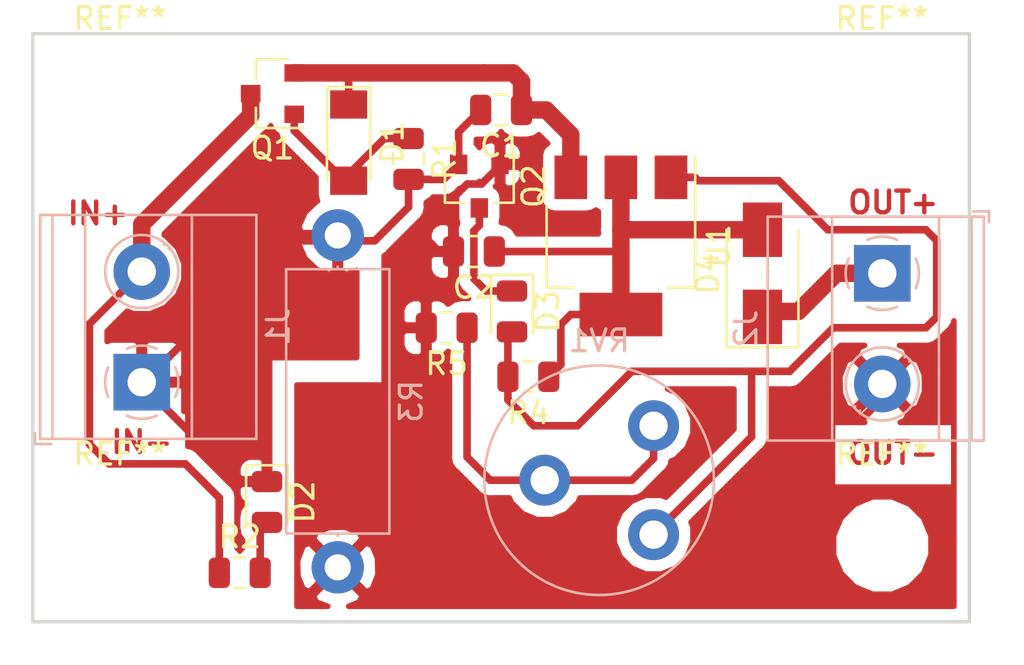
<source format=kicad_pcb>
(kicad_pcb (version 20171130) (host pcbnew 5.0.2-bee76a0~70~ubuntu18.04.1)

  (general
    (thickness 1.6)
    (drawings 8)
    (tracks 98)
    (zones 0)
    (modules 21)
    (nets 12)
  )

  (page A4)
  (layers
    (0 F.Cu signal)
    (31 B.Cu signal)
    (32 B.Adhes user)
    (33 F.Adhes user)
    (34 B.Paste user)
    (35 F.Paste user)
    (36 B.SilkS user)
    (37 F.SilkS user)
    (38 B.Mask user)
    (39 F.Mask user)
    (40 Dwgs.User user)
    (41 Cmts.User user)
    (42 Eco1.User user)
    (43 Eco2.User user)
    (44 Edge.Cuts user)
    (45 Margin user)
    (46 B.CrtYd user)
    (47 F.CrtYd user)
    (48 B.Fab user)
    (49 F.Fab user hide)
  )

  (setup
    (last_trace_width 0.35)
    (user_trace_width 0.5)
    (user_trace_width 0.8)
    (user_trace_width 1)
    (trace_clearance 0.2)
    (zone_clearance 0.508)
    (zone_45_only no)
    (trace_min 0.2)
    (segment_width 0.2)
    (edge_width 0.15)
    (via_size 0.8)
    (via_drill 0.4)
    (via_min_size 0.4)
    (via_min_drill 0.3)
    (uvia_size 0.3)
    (uvia_drill 0.1)
    (uvias_allowed no)
    (uvia_min_size 0.2)
    (uvia_min_drill 0.1)
    (pcb_text_width 0.3)
    (pcb_text_size 1.5 1.5)
    (mod_edge_width 0.15)
    (mod_text_size 1 1)
    (mod_text_width 0.15)
    (pad_size 3.2 3.2)
    (pad_drill 3.2)
    (pad_to_mask_clearance 0.051)
    (solder_mask_min_width 0.25)
    (aux_axis_origin 0 0)
    (visible_elements FFFFFF7F)
    (pcbplotparams
      (layerselection 0x010fc_ffffffff)
      (usegerberextensions false)
      (usegerberattributes false)
      (usegerberadvancedattributes false)
      (creategerberjobfile false)
      (excludeedgelayer true)
      (linewidth 0.100000)
      (plotframeref false)
      (viasonmask false)
      (mode 1)
      (useauxorigin false)
      (hpglpennumber 1)
      (hpglpenspeed 20)
      (hpglpendiameter 15.000000)
      (psnegative false)
      (psa4output false)
      (plotreference true)
      (plotvalue true)
      (plotinvisibletext false)
      (padsonsilk false)
      (subtractmaskfromsilk false)
      (outputformat 1)
      (mirror false)
      (drillshape 1)
      (scaleselection 1)
      (outputdirectory ""))
  )

  (net 0 "")
  (net 1 "Net-(C1-Pad1)")
  (net 2 "Net-(C1-Pad2)")
  (net 3 "Net-(C2-Pad2)")
  (net 4 "Net-(C2-Pad1)")
  (net 5 "Net-(D1-Pad2)")
  (net 6 "Net-(D2-Pad2)")
  (net 7 "Net-(D3-Pad2)")
  (net 8 "Net-(D3-Pad1)")
  (net 9 "Net-(R5-Pad1)")
  (net 10 "Net-(J1-Pad2)")
  (net 11 "Net-(D4-Pad1)")

  (net_class Default "This is the default net class."
    (clearance 0.2)
    (trace_width 0.35)
    (via_dia 0.8)
    (via_drill 0.4)
    (uvia_dia 0.3)
    (uvia_drill 0.1)
    (add_net "Net-(C1-Pad1)")
    (add_net "Net-(C1-Pad2)")
    (add_net "Net-(C2-Pad1)")
    (add_net "Net-(C2-Pad2)")
    (add_net "Net-(D1-Pad2)")
    (add_net "Net-(D2-Pad2)")
    (add_net "Net-(D3-Pad1)")
    (add_net "Net-(D3-Pad2)")
    (add_net "Net-(D4-Pad1)")
    (add_net "Net-(J1-Pad2)")
    (add_net "Net-(R5-Pad1)")
  )

  (module Resistor_THT:R_Axial_DIN0414_L11.9mm_D4.5mm_P15.24mm_Horizontal (layer B.Cu) (tedit 5AE5139B) (tstamp 5D88334E)
    (at 69 136.5 90)
    (descr "Resistor, Axial_DIN0414 series, Axial, Horizontal, pin pitch=15.24mm, 2W, length*diameter=11.9*4.5mm^2, http://www.vishay.com/docs/20128/wkxwrx.pdf")
    (tags "Resistor Axial_DIN0414 series Axial Horizontal pin pitch 15.24mm 2W length 11.9mm diameter 4.5mm")
    (path /5D7EFA12)
    (fp_text reference R3 (at 7.62 3.37 90) (layer B.SilkS)
      (effects (font (size 1 1) (thickness 0.15)) (justify mirror))
    )
    (fp_text value 1R (at 7.62 -3.37 90) (layer B.Fab)
      (effects (font (size 1 1) (thickness 0.15)) (justify mirror))
    )
    (fp_text user %R (at 7.62 0 90) (layer B.Fab)
      (effects (font (size 1 1) (thickness 0.15)) (justify mirror))
    )
    (fp_line (start 16.69 2.5) (end -1.45 2.5) (layer B.CrtYd) (width 0.05))
    (fp_line (start 16.69 -2.5) (end 16.69 2.5) (layer B.CrtYd) (width 0.05))
    (fp_line (start -1.45 -2.5) (end 16.69 -2.5) (layer B.CrtYd) (width 0.05))
    (fp_line (start -1.45 2.5) (end -1.45 -2.5) (layer B.CrtYd) (width 0.05))
    (fp_line (start 13.8 0) (end 13.69 0) (layer B.SilkS) (width 0.12))
    (fp_line (start 1.44 0) (end 1.55 0) (layer B.SilkS) (width 0.12))
    (fp_line (start 13.69 2.37) (end 1.55 2.37) (layer B.SilkS) (width 0.12))
    (fp_line (start 13.69 -2.37) (end 13.69 2.37) (layer B.SilkS) (width 0.12))
    (fp_line (start 1.55 -2.37) (end 13.69 -2.37) (layer B.SilkS) (width 0.12))
    (fp_line (start 1.55 2.37) (end 1.55 -2.37) (layer B.SilkS) (width 0.12))
    (fp_line (start 15.24 0) (end 13.57 0) (layer B.Fab) (width 0.1))
    (fp_line (start 0 0) (end 1.67 0) (layer B.Fab) (width 0.1))
    (fp_line (start 13.57 2.25) (end 1.67 2.25) (layer B.Fab) (width 0.1))
    (fp_line (start 13.57 -2.25) (end 13.57 2.25) (layer B.Fab) (width 0.1))
    (fp_line (start 1.67 -2.25) (end 13.57 -2.25) (layer B.Fab) (width 0.1))
    (fp_line (start 1.67 2.25) (end 1.67 -2.25) (layer B.Fab) (width 0.1))
    (pad 2 thru_hole oval (at 15.24 0 90) (size 2.4 2.4) (drill 1.2) (layers *.Cu *.Mask)
      (net 2 "Net-(C1-Pad2)"))
    (pad 1 thru_hole circle (at 0 0 90) (size 2.4 2.4) (drill 1.2) (layers *.Cu *.Mask)
      (net 3 "Net-(C2-Pad2)"))
    (model ${KISYS3DMOD}/Resistor_THT.3dshapes/R_Axial_DIN0414_L11.9mm_D4.5mm_P15.24mm_Horizontal.wrl
      (at (xyz 0 0 0))
      (scale (xyz 1 1 1))
      (rotate (xyz 0 0 0))
    )
  )

  (module Capacitor_SMD:C_0805_2012Metric (layer F.Cu) (tedit 5B36C52B) (tstamp 5D880C5C)
    (at 76.5 115.5 180)
    (descr "Capacitor SMD 0805 (2012 Metric), square (rectangular) end terminal, IPC_7351 nominal, (Body size source: https://docs.google.com/spreadsheets/d/1BsfQQcO9C6DZCsRaXUlFlo91Tg2WpOkGARC1WS5S8t0/edit?usp=sharing), generated with kicad-footprint-generator")
    (tags capacitor)
    (path /5D7EFDDB)
    (attr smd)
    (fp_text reference C1 (at 0 -1.65 180) (layer F.SilkS)
      (effects (font (size 1 1) (thickness 0.15)))
    )
    (fp_text value 100n (at 0 1.65 180) (layer F.Fab)
      (effects (font (size 1 1) (thickness 0.15)))
    )
    (fp_line (start -1 0.6) (end -1 -0.6) (layer F.Fab) (width 0.1))
    (fp_line (start -1 -0.6) (end 1 -0.6) (layer F.Fab) (width 0.1))
    (fp_line (start 1 -0.6) (end 1 0.6) (layer F.Fab) (width 0.1))
    (fp_line (start 1 0.6) (end -1 0.6) (layer F.Fab) (width 0.1))
    (fp_line (start -0.258578 -0.71) (end 0.258578 -0.71) (layer F.SilkS) (width 0.12))
    (fp_line (start -0.258578 0.71) (end 0.258578 0.71) (layer F.SilkS) (width 0.12))
    (fp_line (start -1.68 0.95) (end -1.68 -0.95) (layer F.CrtYd) (width 0.05))
    (fp_line (start -1.68 -0.95) (end 1.68 -0.95) (layer F.CrtYd) (width 0.05))
    (fp_line (start 1.68 -0.95) (end 1.68 0.95) (layer F.CrtYd) (width 0.05))
    (fp_line (start 1.68 0.95) (end -1.68 0.95) (layer F.CrtYd) (width 0.05))
    (fp_text user %R (at 0 0 180) (layer F.Fab)
      (effects (font (size 0.5 0.5) (thickness 0.08)))
    )
    (pad 1 smd roundrect (at -0.9375 0 180) (size 0.975 1.4) (layers F.Cu F.Paste F.Mask) (roundrect_rratio 0.25)
      (net 1 "Net-(C1-Pad1)"))
    (pad 2 smd roundrect (at 0.9375 0 180) (size 0.975 1.4) (layers F.Cu F.Paste F.Mask) (roundrect_rratio 0.25)
      (net 2 "Net-(C1-Pad2)"))
    (model ${KISYS3DMOD}/Capacitor_SMD.3dshapes/C_0805_2012Metric.wrl
      (at (xyz 0 0 0))
      (scale (xyz 1 1 1))
      (rotate (xyz 0 0 0))
    )
  )

  (module Capacitor_SMD:C_0805_2012Metric (layer F.Cu) (tedit 5B36C52B) (tstamp 5D881BCD)
    (at 75.25 122 180)
    (descr "Capacitor SMD 0805 (2012 Metric), square (rectangular) end terminal, IPC_7351 nominal, (Body size source: https://docs.google.com/spreadsheets/d/1BsfQQcO9C6DZCsRaXUlFlo91Tg2WpOkGARC1WS5S8t0/edit?usp=sharing), generated with kicad-footprint-generator")
    (tags capacitor)
    (path /5D7EFE46)
    (attr smd)
    (fp_text reference C2 (at 0 -1.65 180) (layer F.SilkS)
      (effects (font (size 1 1) (thickness 0.15)))
    )
    (fp_text value 100n (at 0 1.65 180) (layer F.Fab)
      (effects (font (size 1 1) (thickness 0.15)))
    )
    (fp_text user %R (at 0 0 -90) (layer F.Fab)
      (effects (font (size 0.5 0.5) (thickness 0.08)))
    )
    (fp_line (start 1.68 0.95) (end -1.68 0.95) (layer F.CrtYd) (width 0.05))
    (fp_line (start 1.68 -0.95) (end 1.68 0.95) (layer F.CrtYd) (width 0.05))
    (fp_line (start -1.68 -0.95) (end 1.68 -0.95) (layer F.CrtYd) (width 0.05))
    (fp_line (start -1.68 0.95) (end -1.68 -0.95) (layer F.CrtYd) (width 0.05))
    (fp_line (start -0.258578 0.71) (end 0.258578 0.71) (layer F.SilkS) (width 0.12))
    (fp_line (start -0.258578 -0.71) (end 0.258578 -0.71) (layer F.SilkS) (width 0.12))
    (fp_line (start 1 0.6) (end -1 0.6) (layer F.Fab) (width 0.1))
    (fp_line (start 1 -0.6) (end 1 0.6) (layer F.Fab) (width 0.1))
    (fp_line (start -1 -0.6) (end 1 -0.6) (layer F.Fab) (width 0.1))
    (fp_line (start -1 0.6) (end -1 -0.6) (layer F.Fab) (width 0.1))
    (pad 2 smd roundrect (at 0.9375 0 180) (size 0.975 1.4) (layers F.Cu F.Paste F.Mask) (roundrect_rratio 0.25)
      (net 3 "Net-(C2-Pad2)"))
    (pad 1 smd roundrect (at -0.9375 0 180) (size 0.975 1.4) (layers F.Cu F.Paste F.Mask) (roundrect_rratio 0.25)
      (net 4 "Net-(C2-Pad1)"))
    (model ${KISYS3DMOD}/Capacitor_SMD.3dshapes/C_0805_2012Metric.wrl
      (at (xyz 0 0 0))
      (scale (xyz 1 1 1))
      (rotate (xyz 0 0 0))
    )
  )

  (module Diode_SMD:D_MiniMELF (layer F.Cu) (tedit 5905D8F5) (tstamp 5D880C86)
    (at 69.5 117 270)
    (descr "Diode Mini-MELF")
    (tags "Diode Mini-MELF")
    (path /5D7FBF80)
    (attr smd)
    (fp_text reference D1 (at 0 -2 270) (layer F.SilkS)
      (effects (font (size 1 1) (thickness 0.15)))
    )
    (fp_text value 10V (at 0 1.75 270) (layer F.Fab)
      (effects (font (size 1 1) (thickness 0.15)))
    )
    (fp_text user %R (at 0 -2 270) (layer F.Fab)
      (effects (font (size 1 1) (thickness 0.15)))
    )
    (fp_line (start 1.75 -1) (end -2.55 -1) (layer F.SilkS) (width 0.12))
    (fp_line (start -2.55 -1) (end -2.55 1) (layer F.SilkS) (width 0.12))
    (fp_line (start -2.55 1) (end 1.75 1) (layer F.SilkS) (width 0.12))
    (fp_line (start 1.65 -0.8) (end 1.65 0.8) (layer F.Fab) (width 0.1))
    (fp_line (start 1.65 0.8) (end -1.65 0.8) (layer F.Fab) (width 0.1))
    (fp_line (start -1.65 0.8) (end -1.65 -0.8) (layer F.Fab) (width 0.1))
    (fp_line (start -1.65 -0.8) (end 1.65 -0.8) (layer F.Fab) (width 0.1))
    (fp_line (start 0.25 0) (end 0.75 0) (layer F.Fab) (width 0.1))
    (fp_line (start 0.25 0.4) (end -0.35 0) (layer F.Fab) (width 0.1))
    (fp_line (start 0.25 -0.4) (end 0.25 0.4) (layer F.Fab) (width 0.1))
    (fp_line (start -0.35 0) (end 0.25 -0.4) (layer F.Fab) (width 0.1))
    (fp_line (start -0.35 0) (end -0.35 0.55) (layer F.Fab) (width 0.1))
    (fp_line (start -0.35 0) (end -0.35 -0.55) (layer F.Fab) (width 0.1))
    (fp_line (start -0.75 0) (end -0.35 0) (layer F.Fab) (width 0.1))
    (fp_line (start -2.65 -1.1) (end 2.65 -1.1) (layer F.CrtYd) (width 0.05))
    (fp_line (start 2.65 -1.1) (end 2.65 1.1) (layer F.CrtYd) (width 0.05))
    (fp_line (start 2.65 1.1) (end -2.65 1.1) (layer F.CrtYd) (width 0.05))
    (fp_line (start -2.65 1.1) (end -2.65 -1.1) (layer F.CrtYd) (width 0.05))
    (pad 1 smd rect (at -1.75 0 270) (size 1.3 1.7) (layers F.Cu F.Paste F.Mask)
      (net 1 "Net-(C1-Pad1)"))
    (pad 2 smd rect (at 1.75 0 270) (size 1.3 1.7) (layers F.Cu F.Paste F.Mask)
      (net 5 "Net-(D1-Pad2)"))
    (model ${KISYS3DMOD}/Diode_SMD.3dshapes/D_MiniMELF.wrl
      (at (xyz 0 0 0))
      (scale (xyz 1 1 1))
      (rotate (xyz 0 0 0))
    )
  )

  (module Diode_SMD:D_0805_2012Metric (layer F.Cu) (tedit 5B36C52B) (tstamp 5D8816FD)
    (at 65.75 133.5 270)
    (descr "Diode SMD 0805 (2012 Metric), square (rectangular) end terminal, IPC_7351 nominal, (Body size source: https://docs.google.com/spreadsheets/d/1BsfQQcO9C6DZCsRaXUlFlo91Tg2WpOkGARC1WS5S8t0/edit?usp=sharing), generated with kicad-footprint-generator")
    (tags diode)
    (path /5D7EFB2A)
    (attr smd)
    (fp_text reference D2 (at 0 -1.65 270) (layer F.SilkS)
      (effects (font (size 1 1) (thickness 0.15)))
    )
    (fp_text value LED (at 0 1.65 270) (layer F.Fab)
      (effects (font (size 1 1) (thickness 0.15)))
    )
    (fp_line (start 1 -0.6) (end -0.7 -0.6) (layer F.Fab) (width 0.1))
    (fp_line (start -0.7 -0.6) (end -1 -0.3) (layer F.Fab) (width 0.1))
    (fp_line (start -1 -0.3) (end -1 0.6) (layer F.Fab) (width 0.1))
    (fp_line (start -1 0.6) (end 1 0.6) (layer F.Fab) (width 0.1))
    (fp_line (start 1 0.6) (end 1 -0.6) (layer F.Fab) (width 0.1))
    (fp_line (start 1 -0.96) (end -1.685 -0.96) (layer F.SilkS) (width 0.12))
    (fp_line (start -1.685 -0.96) (end -1.685 0.96) (layer F.SilkS) (width 0.12))
    (fp_line (start -1.685 0.96) (end 1 0.96) (layer F.SilkS) (width 0.12))
    (fp_line (start -1.68 0.95) (end -1.68 -0.95) (layer F.CrtYd) (width 0.05))
    (fp_line (start -1.68 -0.95) (end 1.68 -0.95) (layer F.CrtYd) (width 0.05))
    (fp_line (start 1.68 -0.95) (end 1.68 0.95) (layer F.CrtYd) (width 0.05))
    (fp_line (start 1.68 0.95) (end -1.68 0.95) (layer F.CrtYd) (width 0.05))
    (fp_text user %R (at 0 0 270) (layer F.Fab)
      (effects (font (size 0.5 0.5) (thickness 0.08)))
    )
    (pad 1 smd roundrect (at -0.9375 0 270) (size 0.975 1.4) (layers F.Cu F.Paste F.Mask) (roundrect_rratio 0.25)
      (net 2 "Net-(C1-Pad2)"))
    (pad 2 smd roundrect (at 0.9375 0 270) (size 0.975 1.4) (layers F.Cu F.Paste F.Mask) (roundrect_rratio 0.25)
      (net 6 "Net-(D2-Pad2)"))
    (model ${KISYS3DMOD}/Diode_SMD.3dshapes/D_0805_2012Metric.wrl
      (at (xyz 0 0 0))
      (scale (xyz 1 1 1))
      (rotate (xyz 0 0 0))
    )
  )

  (module Diode_SMD:D_0805_2012Metric (layer F.Cu) (tedit 5D7F7FCF) (tstamp 5D881A10)
    (at 77 124.75 270)
    (descr "Diode SMD 0805 (2012 Metric), square (rectangular) end terminal, IPC_7351 nominal, (Body size source: https://docs.google.com/spreadsheets/d/1BsfQQcO9C6DZCsRaXUlFlo91Tg2WpOkGARC1WS5S8t0/edit?usp=sharing), generated with kicad-footprint-generator")
    (tags diode)
    (path /5D7EFC28)
    (attr smd)
    (fp_text reference D3 (at 0 -1.65 270) (layer F.SilkS)
      (effects (font (size 1 1) (thickness 0.15)))
    )
    (fp_text value LED (at 0 1.65 270) (layer F.Fab)
      (effects (font (size 1 1) (thickness 0.15)))
    )
    (fp_text user %R (at 0 0 270) (layer F.Fab)
      (effects (font (size 0.5 0.5) (thickness 0.08)))
    )
    (fp_line (start 1.68 0.95) (end -1.68 0.95) (layer F.CrtYd) (width 0.05))
    (fp_line (start 1.68 -0.95) (end 1.68 0.95) (layer F.CrtYd) (width 0.05))
    (fp_line (start -1.68 -0.95) (end 1.68 -0.95) (layer F.CrtYd) (width 0.05))
    (fp_line (start -1.68 0.95) (end -1.68 -0.95) (layer F.CrtYd) (width 0.05))
    (fp_line (start -1.685 0.96) (end 1 0.96) (layer F.SilkS) (width 0.12))
    (fp_line (start -1.685 -0.96) (end -1.685 0.96) (layer F.SilkS) (width 0.12))
    (fp_line (start 1 -0.96) (end -1.685 -0.96) (layer F.SilkS) (width 0.12))
    (fp_line (start 1 0.6) (end 1 -0.6) (layer F.Fab) (width 0.1))
    (fp_line (start -1 0.6) (end 1 0.6) (layer F.Fab) (width 0.1))
    (fp_line (start -1 -0.3) (end -1 0.6) (layer F.Fab) (width 0.1))
    (fp_line (start -0.7 -0.6) (end -1 -0.3) (layer F.Fab) (width 0.1))
    (fp_line (start 1 -0.6) (end -0.7 -0.6) (layer F.Fab) (width 0.1))
    (pad 2 smd roundrect (at 0.9375 0 270) (size 0.975 1.4) (layers F.Cu F.Paste F.Mask) (roundrect_rratio 0.25)
      (net 7 "Net-(D3-Pad2)"))
    (pad 1 smd roundrect (at -0.9375 0 270) (size 0.975 1.4) (layers F.Cu F.Paste F.Mask) (roundrect_rratio 0.25)
      (net 8 "Net-(D3-Pad1)"))
    (model ${KISYS3DMOD}/Diode_SMD.3dshapes/D_0805_2012Metric.wrl
      (at (xyz 0 0 0))
      (scale (xyz 1 1 1))
      (rotate (xyz 0 0 0))
    )
  )

  (module TerminalBlock_Phoenix:TerminalBlock_Phoenix_MKDS-1,5-2-5.08_1x02_P5.08mm_Horizontal (layer B.Cu) (tedit 5B294EBC) (tstamp 5D94027B)
    (at 60 128 90)
    (descr "Terminal Block Phoenix MKDS-1,5-2-5.08, 2 pins, pitch 5.08mm, size 10.2x9.8mm^2, drill diamater 1.3mm, pad diameter 2.6mm, see http://www.farnell.com/datasheets/100425.pdf, script-generated using https://github.com/pointhi/kicad-footprint-generator/scripts/TerminalBlock_Phoenix")
    (tags "THT Terminal Block Phoenix MKDS-1,5-2-5.08 pitch 5.08mm size 10.2x9.8mm^2 drill 1.3mm pad 2.6mm")
    (path /5D7EFFC1)
    (fp_text reference J1 (at 2.54 6.26 90) (layer B.SilkS)
      (effects (font (size 1 1) (thickness 0.15)) (justify mirror))
    )
    (fp_text value Conn_01x02 (at 2.54 -5.66 90) (layer B.Fab)
      (effects (font (size 1 1) (thickness 0.15)) (justify mirror))
    )
    (fp_arc (start 0 0) (end 0 -1.68) (angle 24) (layer B.SilkS) (width 0.12))
    (fp_arc (start 0 0) (end 1.535 -0.684) (angle 48) (layer B.SilkS) (width 0.12))
    (fp_arc (start 0 0) (end 0.684 1.535) (angle 48) (layer B.SilkS) (width 0.12))
    (fp_arc (start 0 0) (end -1.535 0.684) (angle 48) (layer B.SilkS) (width 0.12))
    (fp_arc (start 0 0) (end -0.684 -1.535) (angle 25) (layer B.SilkS) (width 0.12))
    (fp_circle (center 0 0) (end 1.5 0) (layer B.Fab) (width 0.1))
    (fp_circle (center 5.08 0) (end 6.58 0) (layer B.Fab) (width 0.1))
    (fp_circle (center 5.08 0) (end 6.76 0) (layer B.SilkS) (width 0.12))
    (fp_line (start -2.54 5.2) (end 7.62 5.2) (layer B.Fab) (width 0.1))
    (fp_line (start 7.62 5.2) (end 7.62 -4.6) (layer B.Fab) (width 0.1))
    (fp_line (start 7.62 -4.6) (end -2.04 -4.6) (layer B.Fab) (width 0.1))
    (fp_line (start -2.04 -4.6) (end -2.54 -4.1) (layer B.Fab) (width 0.1))
    (fp_line (start -2.54 -4.1) (end -2.54 5.2) (layer B.Fab) (width 0.1))
    (fp_line (start -2.54 -4.1) (end 7.62 -4.1) (layer B.Fab) (width 0.1))
    (fp_line (start -2.6 -4.1) (end 7.68 -4.1) (layer B.SilkS) (width 0.12))
    (fp_line (start -2.54 -2.6) (end 7.62 -2.6) (layer B.Fab) (width 0.1))
    (fp_line (start -2.6 -2.6) (end 7.68 -2.6) (layer B.SilkS) (width 0.12))
    (fp_line (start -2.54 2.3) (end 7.62 2.3) (layer B.Fab) (width 0.1))
    (fp_line (start -2.6 2.301) (end 7.68 2.301) (layer B.SilkS) (width 0.12))
    (fp_line (start -2.6 5.261) (end 7.68 5.261) (layer B.SilkS) (width 0.12))
    (fp_line (start -2.6 -4.66) (end 7.68 -4.66) (layer B.SilkS) (width 0.12))
    (fp_line (start -2.6 5.261) (end -2.6 -4.66) (layer B.SilkS) (width 0.12))
    (fp_line (start 7.68 5.261) (end 7.68 -4.66) (layer B.SilkS) (width 0.12))
    (fp_line (start 1.138 0.955) (end -0.955 -1.138) (layer B.Fab) (width 0.1))
    (fp_line (start 0.955 1.138) (end -1.138 -0.955) (layer B.Fab) (width 0.1))
    (fp_line (start 6.218 0.955) (end 4.126 -1.138) (layer B.Fab) (width 0.1))
    (fp_line (start 6.035 1.138) (end 3.943 -0.955) (layer B.Fab) (width 0.1))
    (fp_line (start 6.355 1.069) (end 6.308 1.023) (layer B.SilkS) (width 0.12))
    (fp_line (start 4.046 -1.239) (end 4.011 -1.274) (layer B.SilkS) (width 0.12))
    (fp_line (start 6.15 1.275) (end 6.115 1.239) (layer B.SilkS) (width 0.12))
    (fp_line (start 3.853 -1.023) (end 3.806 -1.069) (layer B.SilkS) (width 0.12))
    (fp_line (start -2.84 -4.16) (end -2.84 -4.9) (layer B.SilkS) (width 0.12))
    (fp_line (start -2.84 -4.9) (end -2.34 -4.9) (layer B.SilkS) (width 0.12))
    (fp_line (start -3.04 5.71) (end -3.04 -5.1) (layer B.CrtYd) (width 0.05))
    (fp_line (start -3.04 -5.1) (end 8.13 -5.1) (layer B.CrtYd) (width 0.05))
    (fp_line (start 8.13 -5.1) (end 8.13 5.71) (layer B.CrtYd) (width 0.05))
    (fp_line (start 8.13 5.71) (end -3.04 5.71) (layer B.CrtYd) (width 0.05))
    (fp_text user %R (at 2.54 -3.2 90) (layer B.Fab)
      (effects (font (size 1 1) (thickness 0.15)) (justify mirror))
    )
    (pad 1 thru_hole rect (at 0 0 90) (size 2.6 2.6) (drill 1.3) (layers *.Cu *.Mask)
      (net 2 "Net-(C1-Pad2)"))
    (pad 2 thru_hole circle (at 5.08 0 90) (size 2.6 2.6) (drill 1.3) (layers *.Cu *.Mask)
      (net 10 "Net-(J1-Pad2)"))
    (model ${KISYS3DMOD}/TerminalBlock_Phoenix.3dshapes/TerminalBlock_Phoenix_MKDS-1,5-2-5.08_1x02_P5.08mm_Horizontal.wrl
      (at (xyz 0 0 0))
      (scale (xyz 1 1 1))
      (rotate (xyz 0 0 0))
    )
  )

  (module TerminalBlock_Phoenix:TerminalBlock_Phoenix_MKDS-1,5-2-5.08_1x02_P5.08mm_Horizontal (layer B.Cu) (tedit 5B294EBC) (tstamp 5D880D04)
    (at 94 123 270)
    (descr "Terminal Block Phoenix MKDS-1,5-2-5.08, 2 pins, pitch 5.08mm, size 10.2x9.8mm^2, drill diamater 1.3mm, pad diameter 2.6mm, see http://www.farnell.com/datasheets/100425.pdf, script-generated using https://github.com/pointhi/kicad-footprint-generator/scripts/TerminalBlock_Phoenix")
    (tags "THT Terminal Block Phoenix MKDS-1,5-2-5.08 pitch 5.08mm size 10.2x9.8mm^2 drill 1.3mm pad 2.6mm")
    (path /5D7F009C)
    (fp_text reference J2 (at 2.54 6.26 270) (layer B.SilkS)
      (effects (font (size 1 1) (thickness 0.15)) (justify mirror))
    )
    (fp_text value Conn_01x02 (at 2.54 -5.66 270) (layer B.Fab)
      (effects (font (size 1 1) (thickness 0.15)) (justify mirror))
    )
    (fp_text user %R (at 2.54 -3.2 270) (layer B.Fab)
      (effects (font (size 1 1) (thickness 0.15)) (justify mirror))
    )
    (fp_line (start 8.13 5.71) (end -3.04 5.71) (layer B.CrtYd) (width 0.05))
    (fp_line (start 8.13 -5.1) (end 8.13 5.71) (layer B.CrtYd) (width 0.05))
    (fp_line (start -3.04 -5.1) (end 8.13 -5.1) (layer B.CrtYd) (width 0.05))
    (fp_line (start -3.04 5.71) (end -3.04 -5.1) (layer B.CrtYd) (width 0.05))
    (fp_line (start -2.84 -4.9) (end -2.34 -4.9) (layer B.SilkS) (width 0.12))
    (fp_line (start -2.84 -4.16) (end -2.84 -4.9) (layer B.SilkS) (width 0.12))
    (fp_line (start 3.853 -1.023) (end 3.806 -1.069) (layer B.SilkS) (width 0.12))
    (fp_line (start 6.15 1.275) (end 6.115 1.239) (layer B.SilkS) (width 0.12))
    (fp_line (start 4.046 -1.239) (end 4.011 -1.274) (layer B.SilkS) (width 0.12))
    (fp_line (start 6.355 1.069) (end 6.308 1.023) (layer B.SilkS) (width 0.12))
    (fp_line (start 6.035 1.138) (end 3.943 -0.955) (layer B.Fab) (width 0.1))
    (fp_line (start 6.218 0.955) (end 4.126 -1.138) (layer B.Fab) (width 0.1))
    (fp_line (start 0.955 1.138) (end -1.138 -0.955) (layer B.Fab) (width 0.1))
    (fp_line (start 1.138 0.955) (end -0.955 -1.138) (layer B.Fab) (width 0.1))
    (fp_line (start 7.68 5.261) (end 7.68 -4.66) (layer B.SilkS) (width 0.12))
    (fp_line (start -2.6 5.261) (end -2.6 -4.66) (layer B.SilkS) (width 0.12))
    (fp_line (start -2.6 -4.66) (end 7.68 -4.66) (layer B.SilkS) (width 0.12))
    (fp_line (start -2.6 5.261) (end 7.68 5.261) (layer B.SilkS) (width 0.12))
    (fp_line (start -2.6 2.301) (end 7.68 2.301) (layer B.SilkS) (width 0.12))
    (fp_line (start -2.54 2.3) (end 7.62 2.3) (layer B.Fab) (width 0.1))
    (fp_line (start -2.6 -2.6) (end 7.68 -2.6) (layer B.SilkS) (width 0.12))
    (fp_line (start -2.54 -2.6) (end 7.62 -2.6) (layer B.Fab) (width 0.1))
    (fp_line (start -2.6 -4.1) (end 7.68 -4.1) (layer B.SilkS) (width 0.12))
    (fp_line (start -2.54 -4.1) (end 7.62 -4.1) (layer B.Fab) (width 0.1))
    (fp_line (start -2.54 -4.1) (end -2.54 5.2) (layer B.Fab) (width 0.1))
    (fp_line (start -2.04 -4.6) (end -2.54 -4.1) (layer B.Fab) (width 0.1))
    (fp_line (start 7.62 -4.6) (end -2.04 -4.6) (layer B.Fab) (width 0.1))
    (fp_line (start 7.62 5.2) (end 7.62 -4.6) (layer B.Fab) (width 0.1))
    (fp_line (start -2.54 5.2) (end 7.62 5.2) (layer B.Fab) (width 0.1))
    (fp_circle (center 5.08 0) (end 6.76 0) (layer B.SilkS) (width 0.12))
    (fp_circle (center 5.08 0) (end 6.58 0) (layer B.Fab) (width 0.1))
    (fp_circle (center 0 0) (end 1.5 0) (layer B.Fab) (width 0.1))
    (fp_arc (start 0 0) (end -0.684 -1.535) (angle 25) (layer B.SilkS) (width 0.12))
    (fp_arc (start 0 0) (end -1.535 0.684) (angle 48) (layer B.SilkS) (width 0.12))
    (fp_arc (start 0 0) (end 0.684 1.535) (angle 48) (layer B.SilkS) (width 0.12))
    (fp_arc (start 0 0) (end 1.535 -0.684) (angle 48) (layer B.SilkS) (width 0.12))
    (fp_arc (start 0 0) (end 0 -1.68) (angle 24) (layer B.SilkS) (width 0.12))
    (pad 2 thru_hole circle (at 5.08 0 270) (size 2.6 2.6) (drill 1.3) (layers *.Cu *.Mask)
      (net 3 "Net-(C2-Pad2)"))
    (pad 1 thru_hole rect (at 0 0 270) (size 2.6 2.6) (drill 1.3) (layers *.Cu *.Mask)
      (net 11 "Net-(D4-Pad1)"))
    (model ${KISYS3DMOD}/TerminalBlock_Phoenix.3dshapes/TerminalBlock_Phoenix_MKDS-1,5-2-5.08_1x02_P5.08mm_Horizontal.wrl
      (at (xyz 0 0 0))
      (scale (xyz 1 1 1))
      (rotate (xyz 0 0 0))
    )
  )

  (module Package_TO_SOT_SMD:SOT-23 (layer F.Cu) (tedit 5A02FF57) (tstamp 5D881D63)
    (at 66 114.75 180)
    (descr "SOT-23, Standard")
    (tags SOT-23)
    (path /5D7FA690)
    (attr smd)
    (fp_text reference Q1 (at 0 -2.5 180) (layer F.SilkS)
      (effects (font (size 1 1) (thickness 0.15)))
    )
    (fp_text value Q_PMOS_GSD (at 0 2.5 180) (layer F.Fab)
      (effects (font (size 1 1) (thickness 0.15)))
    )
    (fp_line (start 0.76 1.58) (end -0.7 1.58) (layer F.SilkS) (width 0.12))
    (fp_line (start 0.76 -1.58) (end -1.4 -1.58) (layer F.SilkS) (width 0.12))
    (fp_line (start -1.7 1.75) (end -1.7 -1.75) (layer F.CrtYd) (width 0.05))
    (fp_line (start 1.7 1.75) (end -1.7 1.75) (layer F.CrtYd) (width 0.05))
    (fp_line (start 1.7 -1.75) (end 1.7 1.75) (layer F.CrtYd) (width 0.05))
    (fp_line (start -1.7 -1.75) (end 1.7 -1.75) (layer F.CrtYd) (width 0.05))
    (fp_line (start 0.76 -1.58) (end 0.76 -0.65) (layer F.SilkS) (width 0.12))
    (fp_line (start 0.76 1.58) (end 0.76 0.65) (layer F.SilkS) (width 0.12))
    (fp_line (start -0.7 1.52) (end 0.7 1.52) (layer F.Fab) (width 0.1))
    (fp_line (start 0.7 -1.52) (end 0.7 1.52) (layer F.Fab) (width 0.1))
    (fp_line (start -0.7 -0.95) (end -0.15 -1.52) (layer F.Fab) (width 0.1))
    (fp_line (start -0.15 -1.52) (end 0.7 -1.52) (layer F.Fab) (width 0.1))
    (fp_line (start -0.7 -0.95) (end -0.7 1.5) (layer F.Fab) (width 0.1))
    (fp_text user %R (at 0 0 270) (layer F.Fab)
      (effects (font (size 0.5 0.5) (thickness 0.075)))
    )
    (pad 3 smd rect (at 1 0 180) (size 0.9 0.8) (layers F.Cu F.Paste F.Mask)
      (net 10 "Net-(J1-Pad2)"))
    (pad 2 smd rect (at -1 0.95 180) (size 0.9 0.8) (layers F.Cu F.Paste F.Mask)
      (net 1 "Net-(C1-Pad1)"))
    (pad 1 smd rect (at -1 -0.95 180) (size 0.9 0.8) (layers F.Cu F.Paste F.Mask)
      (net 5 "Net-(D1-Pad2)"))
    (model ${KISYS3DMOD}/Package_TO_SOT_SMD.3dshapes/SOT-23.wrl
      (at (xyz 0 0 0))
      (scale (xyz 1 1 1))
      (rotate (xyz 0 0 0))
    )
  )

  (module Package_TO_SOT_SMD:SOT-23 (layer F.Cu) (tedit 5A02FF57) (tstamp 5D881A48)
    (at 75.5 119 270)
    (descr "SOT-23, Standard")
    (tags SOT-23)
    (path /5D7F0629)
    (attr smd)
    (fp_text reference Q2 (at 0 -2.5 270) (layer F.SilkS)
      (effects (font (size 1 1) (thickness 0.15)))
    )
    (fp_text value Q_NPN_BEC (at 0 2.5 270) (layer F.Fab)
      (effects (font (size 1 1) (thickness 0.15)))
    )
    (fp_text user %R (at 0 0) (layer F.Fab)
      (effects (font (size 0.5 0.5) (thickness 0.075)))
    )
    (fp_line (start -0.7 -0.95) (end -0.7 1.5) (layer F.Fab) (width 0.1))
    (fp_line (start -0.15 -1.52) (end 0.7 -1.52) (layer F.Fab) (width 0.1))
    (fp_line (start -0.7 -0.95) (end -0.15 -1.52) (layer F.Fab) (width 0.1))
    (fp_line (start 0.7 -1.52) (end 0.7 1.52) (layer F.Fab) (width 0.1))
    (fp_line (start -0.7 1.52) (end 0.7 1.52) (layer F.Fab) (width 0.1))
    (fp_line (start 0.76 1.58) (end 0.76 0.65) (layer F.SilkS) (width 0.12))
    (fp_line (start 0.76 -1.58) (end 0.76 -0.65) (layer F.SilkS) (width 0.12))
    (fp_line (start -1.7 -1.75) (end 1.7 -1.75) (layer F.CrtYd) (width 0.05))
    (fp_line (start 1.7 -1.75) (end 1.7 1.75) (layer F.CrtYd) (width 0.05))
    (fp_line (start 1.7 1.75) (end -1.7 1.75) (layer F.CrtYd) (width 0.05))
    (fp_line (start -1.7 1.75) (end -1.7 -1.75) (layer F.CrtYd) (width 0.05))
    (fp_line (start 0.76 -1.58) (end -1.4 -1.58) (layer F.SilkS) (width 0.12))
    (fp_line (start 0.76 1.58) (end -0.7 1.58) (layer F.SilkS) (width 0.12))
    (pad 1 smd rect (at -1 -0.95 270) (size 0.9 0.8) (layers F.Cu F.Paste F.Mask)
      (net 3 "Net-(C2-Pad2)"))
    (pad 2 smd rect (at -1 0.95 270) (size 0.9 0.8) (layers F.Cu F.Paste F.Mask)
      (net 2 "Net-(C1-Pad2)"))
    (pad 3 smd rect (at 1 0 270) (size 0.9 0.8) (layers F.Cu F.Paste F.Mask)
      (net 8 "Net-(D3-Pad1)"))
    (model ${KISYS3DMOD}/Package_TO_SOT_SMD.3dshapes/SOT-23.wrl
      (at (xyz 0 0 0))
      (scale (xyz 1 1 1))
      (rotate (xyz 0 0 0))
    )
  )

  (module Resistor_SMD:R_0805_2012Metric (layer F.Cu) (tedit 5B36C52B) (tstamp 5D881E6E)
    (at 72.25 117.75 270)
    (descr "Resistor SMD 0805 (2012 Metric), square (rectangular) end terminal, IPC_7351 nominal, (Body size source: https://docs.google.com/spreadsheets/d/1BsfQQcO9C6DZCsRaXUlFlo91Tg2WpOkGARC1WS5S8t0/edit?usp=sharing), generated with kicad-footprint-generator")
    (tags resistor)
    (path /5D7FC15E)
    (attr smd)
    (fp_text reference R1 (at 0 -1.65 270) (layer F.SilkS)
      (effects (font (size 1 1) (thickness 0.15)))
    )
    (fp_text value 10k (at 0 1.65 270) (layer F.Fab)
      (effects (font (size 1 1) (thickness 0.15)))
    )
    (fp_line (start -1 0.6) (end -1 -0.6) (layer F.Fab) (width 0.1))
    (fp_line (start -1 -0.6) (end 1 -0.6) (layer F.Fab) (width 0.1))
    (fp_line (start 1 -0.6) (end 1 0.6) (layer F.Fab) (width 0.1))
    (fp_line (start 1 0.6) (end -1 0.6) (layer F.Fab) (width 0.1))
    (fp_line (start -0.258578 -0.71) (end 0.258578 -0.71) (layer F.SilkS) (width 0.12))
    (fp_line (start -0.258578 0.71) (end 0.258578 0.71) (layer F.SilkS) (width 0.12))
    (fp_line (start -1.68 0.95) (end -1.68 -0.95) (layer F.CrtYd) (width 0.05))
    (fp_line (start -1.68 -0.95) (end 1.68 -0.95) (layer F.CrtYd) (width 0.05))
    (fp_line (start 1.68 -0.95) (end 1.68 0.95) (layer F.CrtYd) (width 0.05))
    (fp_line (start 1.68 0.95) (end -1.68 0.95) (layer F.CrtYd) (width 0.05))
    (fp_text user %R (at 0 0 270) (layer F.Fab)
      (effects (font (size 0.5 0.5) (thickness 0.08)))
    )
    (pad 1 smd roundrect (at -0.9375 0 270) (size 0.975 1.4) (layers F.Cu F.Paste F.Mask) (roundrect_rratio 0.25)
      (net 5 "Net-(D1-Pad2)"))
    (pad 2 smd roundrect (at 0.9375 0 270) (size 0.975 1.4) (layers F.Cu F.Paste F.Mask) (roundrect_rratio 0.25)
      (net 2 "Net-(C1-Pad2)"))
    (model ${KISYS3DMOD}/Resistor_SMD.3dshapes/R_0805_2012Metric.wrl
      (at (xyz 0 0 0))
      (scale (xyz 1 1 1))
      (rotate (xyz 0 0 0))
    )
  )

  (module Resistor_SMD:R_0805_2012Metric (layer F.Cu) (tedit 5B36C52B) (tstamp 5D880D50)
    (at 64.5 136.75)
    (descr "Resistor SMD 0805 (2012 Metric), square (rectangular) end terminal, IPC_7351 nominal, (Body size source: https://docs.google.com/spreadsheets/d/1BsfQQcO9C6DZCsRaXUlFlo91Tg2WpOkGARC1WS5S8t0/edit?usp=sharing), generated with kicad-footprint-generator")
    (tags resistor)
    (path /5D7EF751)
    (attr smd)
    (fp_text reference R2 (at 0 -1.65) (layer F.SilkS)
      (effects (font (size 1 1) (thickness 0.15)))
    )
    (fp_text value 1k (at 0 1.65) (layer F.Fab)
      (effects (font (size 1 1) (thickness 0.15)))
    )
    (fp_line (start -1 0.6) (end -1 -0.6) (layer F.Fab) (width 0.1))
    (fp_line (start -1 -0.6) (end 1 -0.6) (layer F.Fab) (width 0.1))
    (fp_line (start 1 -0.6) (end 1 0.6) (layer F.Fab) (width 0.1))
    (fp_line (start 1 0.6) (end -1 0.6) (layer F.Fab) (width 0.1))
    (fp_line (start -0.258578 -0.71) (end 0.258578 -0.71) (layer F.SilkS) (width 0.12))
    (fp_line (start -0.258578 0.71) (end 0.258578 0.71) (layer F.SilkS) (width 0.12))
    (fp_line (start -1.68 0.95) (end -1.68 -0.95) (layer F.CrtYd) (width 0.05))
    (fp_line (start -1.68 -0.95) (end 1.68 -0.95) (layer F.CrtYd) (width 0.05))
    (fp_line (start 1.68 -0.95) (end 1.68 0.95) (layer F.CrtYd) (width 0.05))
    (fp_line (start 1.68 0.95) (end -1.68 0.95) (layer F.CrtYd) (width 0.05))
    (fp_text user %R (at 0 0) (layer F.Fab)
      (effects (font (size 0.5 0.5) (thickness 0.08)))
    )
    (pad 1 smd roundrect (at -0.9375 0) (size 0.975 1.4) (layers F.Cu F.Paste F.Mask) (roundrect_rratio 0.25)
      (net 10 "Net-(J1-Pad2)"))
    (pad 2 smd roundrect (at 0.9375 0) (size 0.975 1.4) (layers F.Cu F.Paste F.Mask) (roundrect_rratio 0.25)
      (net 6 "Net-(D2-Pad2)"))
    (model ${KISYS3DMOD}/Resistor_SMD.3dshapes/R_0805_2012Metric.wrl
      (at (xyz 0 0 0))
      (scale (xyz 1 1 1))
      (rotate (xyz 0 0 0))
    )
  )

  (module Resistor_SMD:R_0805_2012Metric (layer F.Cu) (tedit 5B36C52B) (tstamp 5D880D72)
    (at 77.75 127.75 180)
    (descr "Resistor SMD 0805 (2012 Metric), square (rectangular) end terminal, IPC_7351 nominal, (Body size source: https://docs.google.com/spreadsheets/d/1BsfQQcO9C6DZCsRaXUlFlo91Tg2WpOkGARC1WS5S8t0/edit?usp=sharing), generated with kicad-footprint-generator")
    (tags resistor)
    (path /5D7EF82D)
    (attr smd)
    (fp_text reference R4 (at 0 -1.65 180) (layer F.SilkS)
      (effects (font (size 1 1) (thickness 0.15)))
    )
    (fp_text value 470R (at 0 1.65 180) (layer F.Fab)
      (effects (font (size 1 1) (thickness 0.15)))
    )
    (fp_text user %R (at 0 0 180) (layer F.Fab)
      (effects (font (size 0.5 0.5) (thickness 0.08)))
    )
    (fp_line (start 1.68 0.95) (end -1.68 0.95) (layer F.CrtYd) (width 0.05))
    (fp_line (start 1.68 -0.95) (end 1.68 0.95) (layer F.CrtYd) (width 0.05))
    (fp_line (start -1.68 -0.95) (end 1.68 -0.95) (layer F.CrtYd) (width 0.05))
    (fp_line (start -1.68 0.95) (end -1.68 -0.95) (layer F.CrtYd) (width 0.05))
    (fp_line (start -0.258578 0.71) (end 0.258578 0.71) (layer F.SilkS) (width 0.12))
    (fp_line (start -0.258578 -0.71) (end 0.258578 -0.71) (layer F.SilkS) (width 0.12))
    (fp_line (start 1 0.6) (end -1 0.6) (layer F.Fab) (width 0.1))
    (fp_line (start 1 -0.6) (end 1 0.6) (layer F.Fab) (width 0.1))
    (fp_line (start -1 -0.6) (end 1 -0.6) (layer F.Fab) (width 0.1))
    (fp_line (start -1 0.6) (end -1 -0.6) (layer F.Fab) (width 0.1))
    (pad 2 smd roundrect (at 0.9375 0 180) (size 0.975 1.4) (layers F.Cu F.Paste F.Mask) (roundrect_rratio 0.25)
      (net 7 "Net-(D3-Pad2)"))
    (pad 1 smd roundrect (at -0.9375 0 180) (size 0.975 1.4) (layers F.Cu F.Paste F.Mask) (roundrect_rratio 0.25)
      (net 4 "Net-(C2-Pad1)"))
    (model ${KISYS3DMOD}/Resistor_SMD.3dshapes/R_0805_2012Metric.wrl
      (at (xyz 0 0 0))
      (scale (xyz 1 1 1))
      (rotate (xyz 0 0 0))
    )
  )

  (module Resistor_SMD:R_0805_2012Metric (layer F.Cu) (tedit 5B36C52B) (tstamp 5D880D83)
    (at 74 125.5 180)
    (descr "Resistor SMD 0805 (2012 Metric), square (rectangular) end terminal, IPC_7351 nominal, (Body size source: https://docs.google.com/spreadsheets/d/1BsfQQcO9C6DZCsRaXUlFlo91Tg2WpOkGARC1WS5S8t0/edit?usp=sharing), generated with kicad-footprint-generator")
    (tags resistor)
    (path /5D7EF981)
    (attr smd)
    (fp_text reference R5 (at 0 -1.65 180) (layer F.SilkS)
      (effects (font (size 1 1) (thickness 0.15)))
    )
    (fp_text value 2k2 (at 0 1.65 180) (layer F.Fab)
      (effects (font (size 1 1) (thickness 0.15)))
    )
    (fp_line (start -1 0.6) (end -1 -0.6) (layer F.Fab) (width 0.1))
    (fp_line (start -1 -0.6) (end 1 -0.6) (layer F.Fab) (width 0.1))
    (fp_line (start 1 -0.6) (end 1 0.6) (layer F.Fab) (width 0.1))
    (fp_line (start 1 0.6) (end -1 0.6) (layer F.Fab) (width 0.1))
    (fp_line (start -0.258578 -0.71) (end 0.258578 -0.71) (layer F.SilkS) (width 0.12))
    (fp_line (start -0.258578 0.71) (end 0.258578 0.71) (layer F.SilkS) (width 0.12))
    (fp_line (start -1.68 0.95) (end -1.68 -0.95) (layer F.CrtYd) (width 0.05))
    (fp_line (start -1.68 -0.95) (end 1.68 -0.95) (layer F.CrtYd) (width 0.05))
    (fp_line (start 1.68 -0.95) (end 1.68 0.95) (layer F.CrtYd) (width 0.05))
    (fp_line (start 1.68 0.95) (end -1.68 0.95) (layer F.CrtYd) (width 0.05))
    (fp_text user %R (at 0 0 180) (layer F.Fab)
      (effects (font (size 0.5 0.5) (thickness 0.08)))
    )
    (pad 1 smd roundrect (at -0.9375 0 180) (size 0.975 1.4) (layers F.Cu F.Paste F.Mask) (roundrect_rratio 0.25)
      (net 9 "Net-(R5-Pad1)"))
    (pad 2 smd roundrect (at 0.9375 0 180) (size 0.975 1.4) (layers F.Cu F.Paste F.Mask) (roundrect_rratio 0.25)
      (net 3 "Net-(C2-Pad2)"))
    (model ${KISYS3DMOD}/Resistor_SMD.3dshapes/R_0805_2012Metric.wrl
      (at (xyz 0 0 0))
      (scale (xyz 1 1 1))
      (rotate (xyz 0 0 0))
    )
  )

  (module Potentiometer_THT:Potentiometer_Piher_PT-10-V05_Vertical (layer B.Cu) (tedit 5A3D4994) (tstamp 5D880D92)
    (at 83.5 135 180)
    (descr "Potentiometer, vertical, Piher PT-10-V05, http://www.piher-nacesa.com/pdf/12-PT10v03.pdf")
    (tags "Potentiometer vertical Piher PT-10-V05")
    (path /5D7F2C96)
    (fp_text reference RV1 (at 2.5 8.9 180) (layer B.SilkS)
      (effects (font (size 1 1) (thickness 0.15)) (justify mirror))
    )
    (fp_text value 10k (at 2.5 -3.9 180) (layer B.Fab)
      (effects (font (size 1 1) (thickness 0.15)) (justify mirror))
    )
    (fp_circle (center 2.5 2.5) (end 7.65 2.5) (layer B.Fab) (width 0.1))
    (fp_circle (center 2.5 2.5) (end 4 2.5) (layer B.Fab) (width 0.1))
    (fp_circle (center 2.501 2.5) (end 7.771 2.5) (layer B.SilkS) (width 0.12))
    (fp_line (start -2.9 7.9) (end -2.9 -2.95) (layer B.CrtYd) (width 0.05))
    (fp_line (start -2.9 -2.95) (end 7.9 -2.95) (layer B.CrtYd) (width 0.05))
    (fp_line (start 7.9 -2.95) (end 7.9 7.9) (layer B.CrtYd) (width 0.05))
    (fp_line (start 7.9 7.9) (end -2.9 7.9) (layer B.CrtYd) (width 0.05))
    (fp_text user %R (at -1.45 2.5 90) (layer B.Fab)
      (effects (font (size 1 1) (thickness 0.15)) (justify mirror))
    )
    (pad 3 thru_hole circle (at 0 5 180) (size 2.34 2.34) (drill 1.3) (layers *.Cu *.Mask)
      (net 9 "Net-(R5-Pad1)"))
    (pad 2 thru_hole circle (at 5 2.5 180) (size 2.34 2.34) (drill 1.3) (layers *.Cu *.Mask)
      (net 9 "Net-(R5-Pad1)"))
    (pad 1 thru_hole circle (at 0 0 180) (size 2.34 2.34) (drill 1.3) (layers *.Cu *.Mask)
      (net 7 "Net-(D3-Pad2)"))
    (model ${KISYS3DMOD}/Potentiometer_THT.3dshapes/Potentiometer_Piher_PT-10-V05_Vertical.wrl
      (at (xyz 0 0 0))
      (scale (xyz 1 1 1))
      (rotate (xyz 0 0 0))
    )
  )

  (module Package_TO_SOT_SMD:SOT-223-3_TabPin2 (layer F.Cu) (tedit 5A02FF57) (tstamp 5D880DA8)
    (at 82 121.744 270)
    (descr "module CMS SOT223 4 pins")
    (tags "CMS SOT")
    (path /5D7EF5EB)
    (attr smd)
    (fp_text reference U1 (at 0 -4.5 270) (layer F.SilkS)
      (effects (font (size 1 1) (thickness 0.15)))
    )
    (fp_text value LM317_3PinPackage (at 0 4.5 270) (layer F.Fab)
      (effects (font (size 1 1) (thickness 0.15)))
    )
    (fp_text user %R (at 0 0) (layer F.Fab)
      (effects (font (size 0.8 0.8) (thickness 0.12)))
    )
    (fp_line (start 1.91 3.41) (end 1.91 2.15) (layer F.SilkS) (width 0.12))
    (fp_line (start 1.91 -3.41) (end 1.91 -2.15) (layer F.SilkS) (width 0.12))
    (fp_line (start 4.4 -3.6) (end -4.4 -3.6) (layer F.CrtYd) (width 0.05))
    (fp_line (start 4.4 3.6) (end 4.4 -3.6) (layer F.CrtYd) (width 0.05))
    (fp_line (start -4.4 3.6) (end 4.4 3.6) (layer F.CrtYd) (width 0.05))
    (fp_line (start -4.4 -3.6) (end -4.4 3.6) (layer F.CrtYd) (width 0.05))
    (fp_line (start -1.85 -2.35) (end -0.85 -3.35) (layer F.Fab) (width 0.1))
    (fp_line (start -1.85 -2.35) (end -1.85 3.35) (layer F.Fab) (width 0.1))
    (fp_line (start -1.85 3.41) (end 1.91 3.41) (layer F.SilkS) (width 0.12))
    (fp_line (start -0.85 -3.35) (end 1.85 -3.35) (layer F.Fab) (width 0.1))
    (fp_line (start -4.1 -3.41) (end 1.91 -3.41) (layer F.SilkS) (width 0.12))
    (fp_line (start -1.85 3.35) (end 1.85 3.35) (layer F.Fab) (width 0.1))
    (fp_line (start 1.85 -3.35) (end 1.85 3.35) (layer F.Fab) (width 0.1))
    (pad 2 smd rect (at 3.15 0 270) (size 2 3.8) (layers F.Cu F.Paste F.Mask)
      (net 4 "Net-(C2-Pad1)"))
    (pad 2 smd rect (at -3.15 0 270) (size 2 1.5) (layers F.Cu F.Paste F.Mask)
      (net 4 "Net-(C2-Pad1)"))
    (pad 3 smd rect (at -3.15 2.3 270) (size 2 1.5) (layers F.Cu F.Paste F.Mask)
      (net 1 "Net-(C1-Pad1)"))
    (pad 1 smd rect (at -3.15 -2.3 270) (size 2 1.5) (layers F.Cu F.Paste F.Mask)
      (net 7 "Net-(D3-Pad2)"))
    (model ${KISYS3DMOD}/Package_TO_SOT_SMD.3dshapes/SOT-223.wrl
      (at (xyz 0 0 0))
      (scale (xyz 1 1 1))
      (rotate (xyz 0 0 0))
    )
  )

  (module MountingHole:MountingHole_3.2mm_M3 (layer F.Cu) (tedit 56D1B4CB) (tstamp 5D93FE72)
    (at 94 135.5)
    (descr "Mounting Hole 3.2mm, no annular, M3")
    (tags "mounting hole 3.2mm no annular m3")
    (attr virtual)
    (fp_text reference REF** (at 0 -4.2) (layer F.SilkS)
      (effects (font (size 1 1) (thickness 0.15)))
    )
    (fp_text value MountingHole_3.2mm_M3 (at 0 4.2) (layer F.Fab)
      (effects (font (size 1 1) (thickness 0.15)))
    )
    (fp_circle (center 0 0) (end 3.45 0) (layer F.CrtYd) (width 0.05))
    (fp_circle (center 0 0) (end 3.2 0) (layer Cmts.User) (width 0.15))
    (fp_text user %R (at 0.3 0) (layer F.Fab)
      (effects (font (size 1 1) (thickness 0.15)))
    )
    (pad 1 np_thru_hole circle (at 0 0) (size 3.2 3.2) (drill 3.2) (layers *.Cu *.Mask))
  )

  (module MountingHole:MountingHole_3.2mm_M3 (layer F.Cu) (tedit 56D1B4CB) (tstamp 5D93FEA1)
    (at 94 115.5)
    (descr "Mounting Hole 3.2mm, no annular, M3")
    (tags "mounting hole 3.2mm no annular m3")
    (attr virtual)
    (fp_text reference REF** (at 0 -4.2) (layer F.SilkS)
      (effects (font (size 1 1) (thickness 0.15)))
    )
    (fp_text value MountingHole_3.2mm_M3 (at 0 4.2) (layer F.Fab)
      (effects (font (size 1 1) (thickness 0.15)))
    )
    (fp_circle (center 0 0) (end 3.45 0) (layer F.CrtYd) (width 0.05))
    (fp_circle (center 0 0) (end 3.2 0) (layer Cmts.User) (width 0.15))
    (fp_text user %R (at 0.3 0) (layer F.Fab)
      (effects (font (size 1 1) (thickness 0.15)))
    )
    (pad 1 np_thru_hole circle (at 0 0) (size 3.2 3.2) (drill 3.2) (layers *.Cu *.Mask))
  )

  (module MountingHole:MountingHole_3.2mm_M3 (layer F.Cu) (tedit 56D1B4CB) (tstamp 5D940351)
    (at 59 115.5)
    (descr "Mounting Hole 3.2mm, no annular, M3")
    (tags "mounting hole 3.2mm no annular m3")
    (attr virtual)
    (fp_text reference REF** (at 0 -4.2) (layer F.SilkS)
      (effects (font (size 1 1) (thickness 0.15)))
    )
    (fp_text value MountingHole_3.2mm_M3 (at 0 4.2) (layer F.Fab)
      (effects (font (size 1 1) (thickness 0.15)))
    )
    (fp_circle (center 0 0) (end 3.45 0) (layer F.CrtYd) (width 0.05))
    (fp_circle (center 0 0) (end 3.2 0) (layer Cmts.User) (width 0.15))
    (fp_text user %R (at 0.3 0) (layer F.Fab)
      (effects (font (size 1 1) (thickness 0.15)))
    )
    (pad 1 np_thru_hole circle (at 0 0) (size 3.2 3.2) (drill 3.2) (layers *.Cu *.Mask))
  )

  (module MountingHole:MountingHole_3.2mm_M3 (layer F.Cu) (tedit 56D1B4CB) (tstamp 5D940369)
    (at 59 135.5)
    (descr "Mounting Hole 3.2mm, no annular, M3")
    (tags "mounting hole 3.2mm no annular m3")
    (attr virtual)
    (fp_text reference REF** (at 0 -4.2) (layer F.SilkS)
      (effects (font (size 1 1) (thickness 0.15)))
    )
    (fp_text value MountingHole_3.2mm_M3 (at 0 4.2) (layer F.Fab)
      (effects (font (size 1 1) (thickness 0.15)))
    )
    (fp_circle (center 0 0) (end 3.45 0) (layer F.CrtYd) (width 0.05))
    (fp_circle (center 0 0) (end 3.2 0) (layer Cmts.User) (width 0.15))
    (fp_text user %R (at 0.3 0) (layer F.Fab)
      (effects (font (size 1 1) (thickness 0.15)))
    )
    (pad 1 np_thru_hole circle (at 0 0) (size 3.2 3.2) (drill 3.2) (layers *.Cu *.Mask))
  )

  (module Diode_SMD:D_SMA (layer F.Cu) (tedit 586432E5) (tstamp 5D8C0346)
    (at 88.5 123 90)
    (descr "Diode SMA (DO-214AC)")
    (tags "Diode SMA (DO-214AC)")
    (path /5D805B89)
    (attr smd)
    (fp_text reference D4 (at 0 -2.5 90) (layer F.SilkS)
      (effects (font (size 1 1) (thickness 0.15)))
    )
    (fp_text value D_Schottky (at 0 2.6 90) (layer F.Fab)
      (effects (font (size 1 1) (thickness 0.15)))
    )
    (fp_text user %R (at 0 -2.5 90) (layer F.Fab)
      (effects (font (size 1 1) (thickness 0.15)))
    )
    (fp_line (start -3.4 -1.65) (end -3.4 1.65) (layer F.SilkS) (width 0.12))
    (fp_line (start 2.3 1.5) (end -2.3 1.5) (layer F.Fab) (width 0.1))
    (fp_line (start -2.3 1.5) (end -2.3 -1.5) (layer F.Fab) (width 0.1))
    (fp_line (start 2.3 -1.5) (end 2.3 1.5) (layer F.Fab) (width 0.1))
    (fp_line (start 2.3 -1.5) (end -2.3 -1.5) (layer F.Fab) (width 0.1))
    (fp_line (start -3.5 -1.75) (end 3.5 -1.75) (layer F.CrtYd) (width 0.05))
    (fp_line (start 3.5 -1.75) (end 3.5 1.75) (layer F.CrtYd) (width 0.05))
    (fp_line (start 3.5 1.75) (end -3.5 1.75) (layer F.CrtYd) (width 0.05))
    (fp_line (start -3.5 1.75) (end -3.5 -1.75) (layer F.CrtYd) (width 0.05))
    (fp_line (start -0.64944 0.00102) (end -1.55114 0.00102) (layer F.Fab) (width 0.1))
    (fp_line (start 0.50118 0.00102) (end 1.4994 0.00102) (layer F.Fab) (width 0.1))
    (fp_line (start -0.64944 -0.79908) (end -0.64944 0.80112) (layer F.Fab) (width 0.1))
    (fp_line (start 0.50118 0.75032) (end 0.50118 -0.79908) (layer F.Fab) (width 0.1))
    (fp_line (start -0.64944 0.00102) (end 0.50118 0.75032) (layer F.Fab) (width 0.1))
    (fp_line (start -0.64944 0.00102) (end 0.50118 -0.79908) (layer F.Fab) (width 0.1))
    (fp_line (start -3.4 1.65) (end 2 1.65) (layer F.SilkS) (width 0.12))
    (fp_line (start -3.4 -1.65) (end 2 -1.65) (layer F.SilkS) (width 0.12))
    (pad 1 smd rect (at -2 0 90) (size 2.5 1.8) (layers F.Cu F.Paste F.Mask)
      (net 11 "Net-(D4-Pad1)"))
    (pad 2 smd rect (at 2 0 90) (size 2.5 1.8) (layers F.Cu F.Paste F.Mask)
      (net 4 "Net-(C2-Pad1)"))
    (model ${KISYS3DMOD}/Diode_SMD.3dshapes/D_SMA.wrl
      (at (xyz 0 0 0))
      (scale (xyz 1 1 1))
      (rotate (xyz 0 0 0))
    )
  )

  (gr_text IN- (at 60 130.75) (layer F.Cu)
    (effects (font (size 1 1) (thickness 0.2)))
  )
  (gr_text IN+ (at 58 120.25) (layer F.Cu)
    (effects (font (size 1 1) (thickness 0.2)))
  )
  (gr_text OUT+ (at 94.5 119.75) (layer F.Cu)
    (effects (font (size 1 1) (thickness 0.2)))
  )
  (gr_text OUT- (at 94.5 131.25) (layer F.Cu)
    (effects (font (size 1 1) (thickness 0.2)))
  )
  (gr_line (start 55 112) (end 55 139) (layer Edge.Cuts) (width 0.15))
  (gr_line (start 98 112) (end 55 112) (layer Edge.Cuts) (width 0.15))
  (gr_line (start 98 139) (end 98 112) (layer Edge.Cuts) (width 0.15))
  (gr_line (start 55 139) (end 98 139) (layer Edge.Cuts) (width 0.15) (tstamp 5D883307))

  (segment (start 79.7 118.594) (end 79.7 116.6375) (width 0.8) (layer F.Cu) (net 1))
  (segment (start 78.5625 115.5) (end 77.4375 115.5) (width 0.8) (layer F.Cu) (net 1))
  (segment (start 79.7 116.6375) (end 78.5625 115.5) (width 0.8) (layer F.Cu) (net 1))
  (segment (start 69.5 115.25) (end 69.5 113.8) (width 0.35) (layer F.Cu) (net 1))
  (segment (start 67 113.8) (end 75.7375 113.8) (width 0.8) (layer F.Cu) (net 1))
  (segment (start 75.7375 113.8) (end 77.05 113.8) (width 0.8) (layer F.Cu) (net 1))
  (segment (start 77.4375 114.1875) (end 77.4375 115.5) (width 0.8) (layer F.Cu) (net 1))
  (segment (start 77.05 113.8) (end 77.4375 114.1875) (width 0.8) (layer F.Cu) (net 1))
  (segment (start 66.584 121.51) (end 69 121.51) (width 0.35) (layer F.Cu) (net 2))
  (segment (start 60 128.094) (end 66.584 121.51) (width 0.35) (layer F.Cu) (net 2))
  (segment (start 72.25 118.6875) (end 72.25 119.75) (width 0.35) (layer F.Cu) (net 2))
  (segment (start 72.25 119.957056) (end 72.25 119.75) (width 0.35) (layer F.Cu) (net 2))
  (segment (start 70.697056 121.51) (end 72.25 119.957056) (width 0.35) (layer F.Cu) (net 2))
  (segment (start 69 121.51) (end 70.697056 121.51) (width 0.35) (layer F.Cu) (net 2))
  (segment (start 73.8625 118.6875) (end 74.55 118) (width 0.35) (layer F.Cu) (net 2))
  (segment (start 72.25 118.6875) (end 73.8625 118.6875) (width 0.35) (layer F.Cu) (net 2))
  (segment (start 74.55 116.5125) (end 75.5625 115.5) (width 0.35) (layer F.Cu) (net 2))
  (segment (start 74.55 118) (end 74.55 116.5125) (width 0.35) (layer F.Cu) (net 2))
  (segment (start 64.4685 132.5625) (end 65.75 132.5625) (width 0.35) (layer F.Cu) (net 2))
  (segment (start 60 128.094) (end 64.4685 132.5625) (width 0.35) (layer F.Cu) (net 2))
  (segment (start 75.599999 118.900001) (end 74.939997 118.900001) (width 0.35) (layer F.Cu) (net 3))
  (segment (start 76.45 118) (end 76.45 118.05) (width 0.35) (layer F.Cu) (net 3))
  (segment (start 76.45 118.05) (end 75.599999 118.900001) (width 0.35) (layer F.Cu) (net 3))
  (segment (start 71.75 122.089998) (end 71.75 125.5) (width 0.35) (layer F.Cu) (net 3))
  (segment (start 72.475 125.5) (end 71.75 125.5) (width 0.35) (layer F.Cu) (net 3))
  (segment (start 73.0625 125.5) (end 72.475 125.5) (width 0.35) (layer F.Cu) (net 3))
  (segment (start 92.95 129.8) (end 94 128.75) (width 0.35) (layer F.Cu) (net 3))
  (segment (start 92.926 129.8) (end 92.95 129.8) (width 0.35) (layer F.Cu) (net 3))
  (segment (start 94 128.75) (end 94 128.08) (width 0.35) (layer F.Cu) (net 3))
  (segment (start 74.3125 122) (end 73.660002 122) (width 0.35) (layer F.Cu) (net 3))
  (segment (start 73.660002 122) (end 72.75 121.089998) (width 0.35) (layer F.Cu) (net 3))
  (segment (start 74.939997 118.900001) (end 72.75 121.089998) (width 0.35) (layer F.Cu) (net 3))
  (segment (start 72.75 121.089998) (end 71.75 122.089998) (width 0.35) (layer F.Cu) (net 3))
  (segment (start 79.6945 124.894) (end 82 124.894) (width 0.35) (layer F.Cu) (net 4))
  (segment (start 79.243737 125.344763) (end 79.6945 124.894) (width 0.35) (layer F.Cu) (net 4))
  (segment (start 79.243737 127.193763) (end 79.243737 125.344763) (width 0.35) (layer F.Cu) (net 4))
  (segment (start 78.6875 127.75) (end 79.243737 127.193763) (width 0.35) (layer F.Cu) (net 4))
  (segment (start 88.5 121) (end 82 121) (width 0.8) (layer F.Cu) (net 4))
  (segment (start 82 118.594) (end 82 121) (width 0.8) (layer F.Cu) (net 4))
  (segment (start 76.775 122) (end 82 122) (width 0.35) (layer F.Cu) (net 4))
  (segment (start 76.1875 122) (end 76.775 122) (width 0.35) (layer F.Cu) (net 4))
  (segment (start 82 121) (end 82 122) (width 0.8) (layer F.Cu) (net 4))
  (segment (start 82 122) (end 82 124.894) (width 0.8) (layer F.Cu) (net 4))
  (segment (start 69 118.75) (end 69 118.45) (width 0.35) (layer F.Cu) (net 5))
  (segment (start 71.1375 116.8125) (end 72.25 116.8125) (width 0.35) (layer F.Cu) (net 5))
  (segment (start 69 118.75) (end 69.2 118.75) (width 0.35) (layer F.Cu) (net 5))
  (segment (start 69.2 118.75) (end 71.1375 116.8125) (width 0.35) (layer F.Cu) (net 5))
  (segment (start 69.3 118.75) (end 69.5 118.75) (width 0.35) (layer F.Cu) (net 5))
  (segment (start 67 116.45) (end 69.3 118.75) (width 0.35) (layer F.Cu) (net 5))
  (segment (start 67 115.7) (end 67 116.45) (width 0.35) (layer F.Cu) (net 5))
  (segment (start 65.4375 134.75) (end 65.75 134.4375) (width 0.35) (layer F.Cu) (net 6))
  (segment (start 65.4375 136.75) (end 65.4375 134.75) (width 0.35) (layer F.Cu) (net 6))
  (segment (start 76.8125 127.75) (end 76.8125 128.8125) (width 0.35) (layer F.Cu) (net 7))
  (segment (start 76.8125 128.8125) (end 78 130) (width 0.35) (layer F.Cu) (net 7))
  (segment (start 78 130) (end 80 130) (width 0.35) (layer F.Cu) (net 7))
  (segment (start 80 130) (end 82.5 127.5) (width 0.35) (layer F.Cu) (net 7))
  (segment (start 88 130.5) (end 88 127.5) (width 0.35) (layer F.Cu) (net 7))
  (segment (start 83.5 135) (end 88 130.5) (width 0.35) (layer F.Cu) (net 7))
  (segment (start 82.5 127.5) (end 88 127.5) (width 0.35) (layer F.Cu) (net 7))
  (segment (start 89.75 127.5) (end 88 127.5) (width 0.35) (layer F.Cu) (net 7))
  (segment (start 91.75 125.5) (end 89.75 127.5) (width 0.35) (layer F.Cu) (net 7))
  (segment (start 84.3 118.594) (end 85.3 118.594) (width 0.35) (layer F.Cu) (net 7))
  (segment (start 96 125.5) (end 91.75 125.5) (width 0.35) (layer F.Cu) (net 7))
  (segment (start 96 121) (end 96.5 121.5) (width 0.35) (layer F.Cu) (net 7))
  (segment (start 96.5 121.5) (end 96.5 125) (width 0.35) (layer F.Cu) (net 7))
  (segment (start 96.5 125) (end 96 125.5) (width 0.35) (layer F.Cu) (net 7))
  (segment (start 85.4 118.594) (end 85.556 118.75) (width 0.35) (layer F.Cu) (net 7))
  (segment (start 84.3 118.594) (end 85.4 118.594) (width 0.35) (layer F.Cu) (net 7))
  (segment (start 85.556 118.75) (end 89.25 118.75) (width 0.35) (layer F.Cu) (net 7))
  (segment (start 89.25 118.75) (end 91.5 121) (width 0.35) (layer F.Cu) (net 7))
  (segment (start 91.5 121) (end 96 121) (width 0.35) (layer F.Cu) (net 7))
  (segment (start 76.8125 125.875) (end 77 125.6875) (width 0.35) (layer F.Cu) (net 7))
  (segment (start 76.8125 127.75) (end 76.8125 125.875) (width 0.35) (layer F.Cu) (net 7))
  (segment (start 75.8125 123.8125) (end 77 123.8125) (width 0.35) (layer F.Cu) (net 8))
  (segment (start 75.25 123.25) (end 75.8125 123.8125) (width 0.35) (layer F.Cu) (net 8))
  (segment (start 75.5 120) (end 75.5 120.8) (width 0.35) (layer F.Cu) (net 8))
  (segment (start 75.25 121.05) (end 75.25 123.25) (width 0.35) (layer F.Cu) (net 8))
  (segment (start 75.5 120.8) (end 75.25 121.05) (width 0.35) (layer F.Cu) (net 8))
  (segment (start 65 115.75) (end 65 114.75) (width 0.8) (layer F.Cu) (net 10))
  (segment (start 60 123.014) (end 60 120.75) (width 0.8) (layer F.Cu) (net 10))
  (segment (start 60 120.75) (end 65 115.75) (width 0.8) (layer F.Cu) (net 10))
  (segment (start 74.9375 125.5) (end 74.9375 125.549974) (width 0.35) (layer F.Cu) (net 9))
  (segment (start 74.9375 125.5) (end 74.9375 131.4375) (width 0.35) (layer F.Cu) (net 9))
  (segment (start 76 132.5) (end 78.5 132.5) (width 0.35) (layer F.Cu) (net 9))
  (segment (start 74.9375 131.4375) (end 76 132.5) (width 0.35) (layer F.Cu) (net 9))
  (segment (start 83.5 131.5) (end 83.5 130) (width 0.35) (layer F.Cu) (net 9))
  (segment (start 78.5 132.5) (end 82.5 132.5) (width 0.35) (layer F.Cu) (net 9))
  (segment (start 82.5 132.5) (end 83.5 131.5) (width 0.35) (layer F.Cu) (net 9))
  (segment (start 62 131.75) (end 63.5625 133.3125) (width 0.35) (layer F.Cu) (net 10))
  (segment (start 58.5 131.75) (end 62 131.75) (width 0.35) (layer F.Cu) (net 10))
  (segment (start 63.5625 133.3125) (end 63.5625 136.75) (width 0.35) (layer F.Cu) (net 10))
  (segment (start 60 122.92) (end 57.6 125.32) (width 0.35) (layer F.Cu) (net 10))
  (segment (start 57.6 130.85) (end 58.5 131.75) (width 0.35) (layer F.Cu) (net 10))
  (segment (start 57.6 125.32) (end 57.6 130.85) (width 0.35) (layer F.Cu) (net 10))
  (segment (start 91.9 123) (end 90.15 124.75) (width 0.8) (layer F.Cu) (net 11))
  (segment (start 94 123) (end 91.9 123) (width 0.8) (layer F.Cu) (net 11))
  (segment (start 88.75 124.75) (end 88.5 125) (width 0.8) (layer F.Cu) (net 11))
  (segment (start 90.15 124.75) (end 88.75 124.75) (width 0.8) (layer F.Cu) (net 11))

  (zone (net 3) (net_name "Net-(C2-Pad2)") (layer F.Cu) (tstamp 0) (hatch edge 0.508)
    (connect_pads (clearance 0.508))
    (min_thickness 0.254)
    (fill yes (arc_segments 16) (thermal_gap 0.508) (thermal_bridge_width 0.508))
    (polygon
      (pts
        (xy 71 111) (xy 99 111) (xy 99 141) (xy 67 141) (xy 67 128)
        (xy 71 128)
      )
    )
    (filled_polygon
      (pts
        (xy 74.501843 119.302235) (xy 74.45256 119.55) (xy 74.45256 120.45) (xy 74.501843 120.697765) (xy 74.506511 120.704751)
        (xy 74.486997 120.733955) (xy 74.476494 120.786756) (xy 74.4395 120.82375) (xy 74.4395 120.972741) (xy 74.424132 121.05)
        (xy 74.4395 121.127259) (xy 74.4395 121.873) (xy 74.44 121.873) (xy 74.44 122.127) (xy 74.4395 122.127)
        (xy 74.4395 123.172741) (xy 74.424132 123.25) (xy 74.461168 123.436191) (xy 74.486998 123.566046) (xy 74.666024 123.833977)
        (xy 74.733653 123.879166) (xy 75.007047 124.15256) (xy 74.69375 124.15256) (xy 74.352706 124.220398) (xy 74.063584 124.413584)
        (xy 74.062793 124.414767) (xy 73.909698 124.261673) (xy 73.676309 124.165) (xy 73.34825 124.165) (xy 73.1895 124.32375)
        (xy 73.1895 125.373) (xy 73.2095 125.373) (xy 73.2095 125.627) (xy 73.1895 125.627) (xy 73.1895 126.67625)
        (xy 73.34825 126.835) (xy 73.676309 126.835) (xy 73.909698 126.738327) (xy 74.062793 126.585233) (xy 74.063584 126.586416)
        (xy 74.1275 126.629124) (xy 74.127501 131.357722) (xy 74.111632 131.4375) (xy 74.161576 131.688584) (xy 74.174498 131.753546)
        (xy 74.353524 132.021477) (xy 74.421154 132.066666) (xy 75.370834 133.016347) (xy 75.416023 133.083977) (xy 75.683954 133.263003)
        (xy 75.920226 133.31) (xy 75.920227 133.31) (xy 76 133.325868) (xy 76.079773 133.31) (xy 76.881795 133.31)
        (xy 76.969795 133.52245) (xy 77.47755 134.030205) (xy 78.140963 134.305) (xy 78.859037 134.305) (xy 79.52245 134.030205)
        (xy 80.030205 133.52245) (xy 80.118205 133.31) (xy 82.420227 133.31) (xy 82.5 133.325868) (xy 82.579773 133.31)
        (xy 82.579774 133.31) (xy 82.816046 133.263003) (xy 83.083977 133.083977) (xy 83.129168 133.016344) (xy 84.016347 132.129166)
        (xy 84.083977 132.083977) (xy 84.171673 131.95273) (xy 84.263003 131.816047) (xy 84.301669 131.621655) (xy 84.52245 131.530205)
        (xy 85.030205 131.02245) (xy 85.305 130.359037) (xy 85.305 129.640963) (xy 85.030205 128.97755) (xy 84.52245 128.469795)
        (xy 84.136671 128.31) (xy 87.190001 128.31) (xy 87.19 130.164487) (xy 84.071488 133.283) (xy 83.859037 133.195)
        (xy 83.140963 133.195) (xy 82.47755 133.469795) (xy 81.969795 133.97755) (xy 81.695 134.640963) (xy 81.695 135.359037)
        (xy 81.969795 136.02245) (xy 82.47755 136.530205) (xy 83.140963 136.805) (xy 83.859037 136.805) (xy 84.52245 136.530205)
        (xy 85.030205 136.02245) (xy 85.305 135.359037) (xy 85.305 135.055431) (xy 91.765 135.055431) (xy 91.765 135.944569)
        (xy 92.105259 136.766026) (xy 92.733974 137.394741) (xy 93.555431 137.735) (xy 94.444569 137.735) (xy 95.266026 137.394741)
        (xy 95.894741 136.766026) (xy 96.235 135.944569) (xy 96.235 135.055431) (xy 95.894741 134.233974) (xy 95.266026 133.605259)
        (xy 94.444569 133.265) (xy 93.555431 133.265) (xy 92.733974 133.605259) (xy 92.105259 134.233974) (xy 91.765 135.055431)
        (xy 85.305 135.055431) (xy 85.305 134.640963) (xy 85.217 134.428512) (xy 88.516347 131.129165) (xy 88.583977 131.083977)
        (xy 88.763003 130.816046) (xy 88.81 130.579774) (xy 88.81 130.579773) (xy 88.825868 130.500001) (xy 88.81 130.420228)
        (xy 88.81 129.845) (xy 91.717381 129.845) (xy 91.717381 132.815) (xy 97.282619 132.815) (xy 97.282619 129.845)
        (xy 94.819001 129.845) (xy 95.054496 129.747455) (xy 95.189854 129.449459) (xy 94 128.259605) (xy 92.810146 129.449459)
        (xy 92.945504 129.747455) (xy 93.198834 129.845) (xy 91.717381 129.845) (xy 88.81 129.845) (xy 88.81 128.31)
        (xy 89.670227 128.31) (xy 89.75 128.325868) (xy 89.829773 128.31) (xy 89.829774 128.31) (xy 90.066046 128.263003)
        (xy 90.333977 128.083977) (xy 90.379168 128.016344) (xy 90.651632 127.74388) (xy 92.055934 127.74388) (xy 92.07529 128.513427)
        (xy 92.332545 129.134496) (xy 92.630541 129.269854) (xy 93.820395 128.08) (xy 94.179605 128.08) (xy 95.369459 129.269854)
        (xy 95.667455 129.134496) (xy 95.944066 128.41612) (xy 95.92471 127.646573) (xy 95.667455 127.025504) (xy 95.369459 126.890146)
        (xy 94.179605 128.08) (xy 93.820395 128.08) (xy 92.630541 126.890146) (xy 92.332545 127.025504) (xy 92.055934 127.74388)
        (xy 90.651632 127.74388) (xy 92.085513 126.31) (xy 93.19307 126.31) (xy 92.945504 126.412545) (xy 92.810146 126.710541)
        (xy 94 127.900395) (xy 95.189854 126.710541) (xy 95.054496 126.412545) (xy 94.78818 126.31) (xy 95.920227 126.31)
        (xy 96 126.325868) (xy 96.079773 126.31) (xy 96.079774 126.31) (xy 96.316046 126.263003) (xy 96.583977 126.083977)
        (xy 96.629168 126.016344) (xy 97.016344 125.629168) (xy 97.083977 125.583977) (xy 97.243815 125.344763) (xy 97.263003 125.316047)
        (xy 97.290001 125.18032) (xy 97.29 138.29) (xy 69.49901 138.29) (xy 69.994435 138.084788) (xy 70.11757 137.797175)
        (xy 69 136.679605) (xy 67.88243 137.797175) (xy 68.005565 138.084788) (xy 68.544153 138.29) (xy 67.127 138.29)
        (xy 67.127 136.187734) (xy 67.155293 136.187734) (xy 67.176214 136.917443) (xy 67.415212 137.494435) (xy 67.702825 137.61757)
        (xy 68.820395 136.5) (xy 69.179605 136.5) (xy 70.297175 137.61757) (xy 70.584788 137.494435) (xy 70.844707 136.812266)
        (xy 70.823786 136.082557) (xy 70.584788 135.505565) (xy 70.297175 135.38243) (xy 69.179605 136.5) (xy 68.820395 136.5)
        (xy 67.702825 135.38243) (xy 67.415212 135.505565) (xy 67.155293 136.187734) (xy 67.127 136.187734) (xy 67.127 135.202825)
        (xy 67.88243 135.202825) (xy 69 136.320395) (xy 70.11757 135.202825) (xy 69.994435 134.915212) (xy 69.312266 134.655293)
        (xy 68.582557 134.676214) (xy 68.005565 134.915212) (xy 67.88243 135.202825) (xy 67.127 135.202825) (xy 67.127 128.127)
        (xy 71 128.127) (xy 71.048601 128.117333) (xy 71.089803 128.089803) (xy 71.117333 128.048601) (xy 71.127 128)
        (xy 71.127 125.78575) (xy 71.94 125.78575) (xy 71.94 126.32631) (xy 72.036673 126.559699) (xy 72.215302 126.738327)
        (xy 72.448691 126.835) (xy 72.77675 126.835) (xy 72.9355 126.67625) (xy 72.9355 125.627) (xy 72.09875 125.627)
        (xy 71.94 125.78575) (xy 71.127 125.78575) (xy 71.127 124.67369) (xy 71.94 124.67369) (xy 71.94 125.21425)
        (xy 72.09875 125.373) (xy 72.9355 125.373) (xy 72.9355 124.32375) (xy 72.77675 124.165) (xy 72.448691 124.165)
        (xy 72.215302 124.261673) (xy 72.036673 124.440301) (xy 71.94 124.67369) (xy 71.127 124.67369) (xy 71.127 122.28575)
        (xy 73.19 122.28575) (xy 73.19 122.82631) (xy 73.286673 123.059699) (xy 73.465302 123.238327) (xy 73.698691 123.335)
        (xy 74.02675 123.335) (xy 74.1855 123.17625) (xy 74.1855 122.127) (xy 73.34875 122.127) (xy 73.19 122.28575)
        (xy 71.127 122.28575) (xy 71.127 122.196899) (xy 71.281033 122.093977) (xy 71.326224 122.026344) (xy 72.178878 121.17369)
        (xy 73.19 121.17369) (xy 73.19 121.71425) (xy 73.34875 121.873) (xy 74.1855 121.873) (xy 74.1855 120.82375)
        (xy 74.02675 120.665) (xy 73.698691 120.665) (xy 73.465302 120.761673) (xy 73.286673 120.940301) (xy 73.19 121.17369)
        (xy 72.178878 121.17369) (xy 72.766347 120.586222) (xy 72.833977 120.541033) (xy 73.013003 120.273102) (xy 73.06 120.03683)
        (xy 73.06 120.036826) (xy 73.075867 119.957057) (xy 73.06 119.877288) (xy 73.06 119.746112) (xy 73.336416 119.561416)
        (xy 73.379123 119.4975) (xy 73.782727 119.4975) (xy 73.8625 119.513368) (xy 73.942273 119.4975) (xy 73.942274 119.4975)
        (xy 74.178546 119.450503) (xy 74.446477 119.271477) (xy 74.491668 119.203844) (xy 74.598072 119.09744) (xy 74.638684 119.09744)
      )
    )
    (filled_polygon
      (pts
        (xy 76.563584 116.586416) (xy 76.852706 116.779602) (xy 77.19375 116.84744) (xy 77.68125 116.84744) (xy 78.022294 116.779602)
        (xy 78.235759 116.636969) (xy 78.637732 117.038943) (xy 78.492191 117.136191) (xy 78.351843 117.346235) (xy 78.30256 117.594)
        (xy 78.30256 119.594) (xy 78.351843 119.841765) (xy 78.492191 120.051809) (xy 78.702235 120.192157) (xy 78.95 120.24144)
        (xy 80.45 120.24144) (xy 80.697765 120.192157) (xy 80.85 120.090436) (xy 80.965001 120.167278) (xy 80.965001 120.898061)
        (xy 80.944724 121) (xy 80.965 121.101935) (xy 80.965 121.19) (xy 77.246112 121.19) (xy 77.061416 120.913584)
        (xy 76.772294 120.720398) (xy 76.50426 120.667083) (xy 76.54744 120.45) (xy 76.54744 119.55) (xy 76.498157 119.302235)
        (xy 76.357809 119.092191) (xy 76.237469 119.011781) (xy 76.323 118.92625) (xy 76.323 118.127) (xy 76.577 118.127)
        (xy 76.577 118.92625) (xy 76.73575 119.085) (xy 76.97631 119.085) (xy 77.209699 118.988327) (xy 77.388327 118.809698)
        (xy 77.485 118.576309) (xy 77.485 118.28575) (xy 77.32625 118.127) (xy 76.577 118.127) (xy 76.323 118.127)
        (xy 76.303 118.127) (xy 76.303 117.873) (xy 76.323 117.873) (xy 76.323 117.07375) (xy 76.577 117.07375)
        (xy 76.577 117.873) (xy 77.32625 117.873) (xy 77.485 117.71425) (xy 77.485 117.423691) (xy 77.388327 117.190302)
        (xy 77.209699 117.011673) (xy 76.97631 116.915) (xy 76.73575 116.915) (xy 76.577 117.07375) (xy 76.323 117.07375)
        (xy 76.16425 116.915) (xy 75.92369 116.915) (xy 75.690301 117.011673) (xy 75.511673 117.190302) (xy 75.497013 117.225694)
        (xy 75.407809 117.092191) (xy 75.36 117.060246) (xy 75.36 116.848012) (xy 75.360572 116.84744) (xy 75.80625 116.84744)
        (xy 76.147294 116.779602) (xy 76.436416 116.586416) (xy 76.5 116.491256)
      )
    )
    (filled_polygon
      (pts
        (xy 75.511673 118.809698) (xy 75.604534 118.90256) (xy 75.411316 118.90256) (xy 75.497013 118.774306)
      )
    )
  )
  (zone (net 2) (net_name "Net-(C1-Pad2)") (layer F.Cu) (tstamp 0) (hatch edge 0.508)
    (connect_pads (clearance 0.508))
    (min_thickness 0.254)
    (fill yes (arc_segments 16) (thermal_gap 0.508) (thermal_bridge_width 0.508))
    (polygon
      (pts
        (xy 70 111) (xy 70 127) (xy 66 127) (xy 66 141) (xy 54 141)
        (xy 54 111)
      )
    )
    (filled_polygon
      (pts
        (xy 65.951843 116.347765) (xy 66.092191 116.557809) (xy 66.211424 116.637479) (xy 66.236998 116.766046) (xy 66.416024 117.033977)
        (xy 66.483654 117.079166) (xy 68.00256 118.598073) (xy 68.00256 119.4) (xy 68.051843 119.647765) (xy 68.076019 119.683947)
        (xy 68.026742 119.704358) (xy 67.505508 120.195224) (xy 67.211797 120.848193) (xy 67.328142 121.133) (xy 68.873 121.133)
        (xy 68.873 121.113) (xy 69.127 121.113) (xy 69.127 121.133) (xy 69.147 121.133) (xy 69.147 121.387)
        (xy 69.127 121.387) (xy 69.127 122.931432) (xy 69.411805 123.048195) (xy 69.873 122.857169) (xy 69.873 126.873)
        (xy 66 126.873) (xy 65.951399 126.882667) (xy 65.910197 126.910197) (xy 65.882667 126.951399) (xy 65.873 127)
        (xy 65.873 132.7095) (xy 65.623 132.7095) (xy 65.623 132.6895) (xy 64.57375 132.6895) (xy 64.415 132.84825)
        (xy 64.415 133.176309) (xy 64.511673 133.409698) (xy 64.664767 133.562793) (xy 64.663584 133.563584) (xy 64.470398 133.852706)
        (xy 64.40256 134.19375) (xy 64.40256 134.68125) (xy 64.470398 135.022294) (xy 64.627501 135.257414) (xy 64.627501 135.620876)
        (xy 64.563584 135.663584) (xy 64.5 135.758744) (xy 64.436416 135.663584) (xy 64.3725 135.620877) (xy 64.3725 133.392274)
        (xy 64.388368 133.3125) (xy 64.325503 132.996453) (xy 64.191665 132.796152) (xy 64.146477 132.728523) (xy 64.078847 132.683334)
        (xy 63.344204 131.948691) (xy 64.415 131.948691) (xy 64.415 132.27675) (xy 64.57375 132.4355) (xy 65.623 132.4355)
        (xy 65.623 131.59875) (xy 65.46425 131.44) (xy 64.92369 131.44) (xy 64.690301 131.536673) (xy 64.511673 131.715302)
        (xy 64.415 131.948691) (xy 63.344204 131.948691) (xy 62.629168 131.233656) (xy 62.583977 131.166023) (xy 62.316046 130.986997)
        (xy 62.115953 130.947196) (xy 62.115953 129.345) (xy 61.935 129.345) (xy 61.935 128.28575) (xy 61.77625 128.127)
        (xy 60.127 128.127) (xy 60.127 128.147) (xy 59.873 128.147) (xy 59.873 128.127) (xy 59.853 128.127)
        (xy 59.853 127.873) (xy 59.873 127.873) (xy 59.873 126.22375) (xy 60.127 126.22375) (xy 60.127 127.873)
        (xy 61.77625 127.873) (xy 61.935 127.71425) (xy 61.935 126.573691) (xy 61.838327 126.340302) (xy 61.659699 126.161673)
        (xy 61.42631 126.065) (xy 60.28575 126.065) (xy 60.127 126.22375) (xy 59.873 126.22375) (xy 59.71425 126.065)
        (xy 58.57369 126.065) (xy 58.41 126.132803) (xy 58.41 125.655512) (xy 59.329015 124.736498) (xy 59.615105 124.855)
        (xy 60.384895 124.855) (xy 61.09609 124.560414) (xy 61.640414 124.01609) (xy 61.935 123.304895) (xy 61.935 122.535105)
        (xy 61.640414 121.82391) (xy 61.488311 121.671807) (xy 67.211797 121.671807) (xy 67.505508 122.324776) (xy 68.026742 122.815642)
        (xy 68.588195 123.048195) (xy 68.873 122.931432) (xy 68.873 121.387) (xy 67.328142 121.387) (xy 67.211797 121.671807)
        (xy 61.488311 121.671807) (xy 61.09609 121.279586) (xy 61.035 121.254282) (xy 61.035 121.17871) (xy 65.659776 116.553935)
        (xy 65.746193 116.496193) (xy 65.927418 116.224971)
      )
    )
  )
)

</source>
